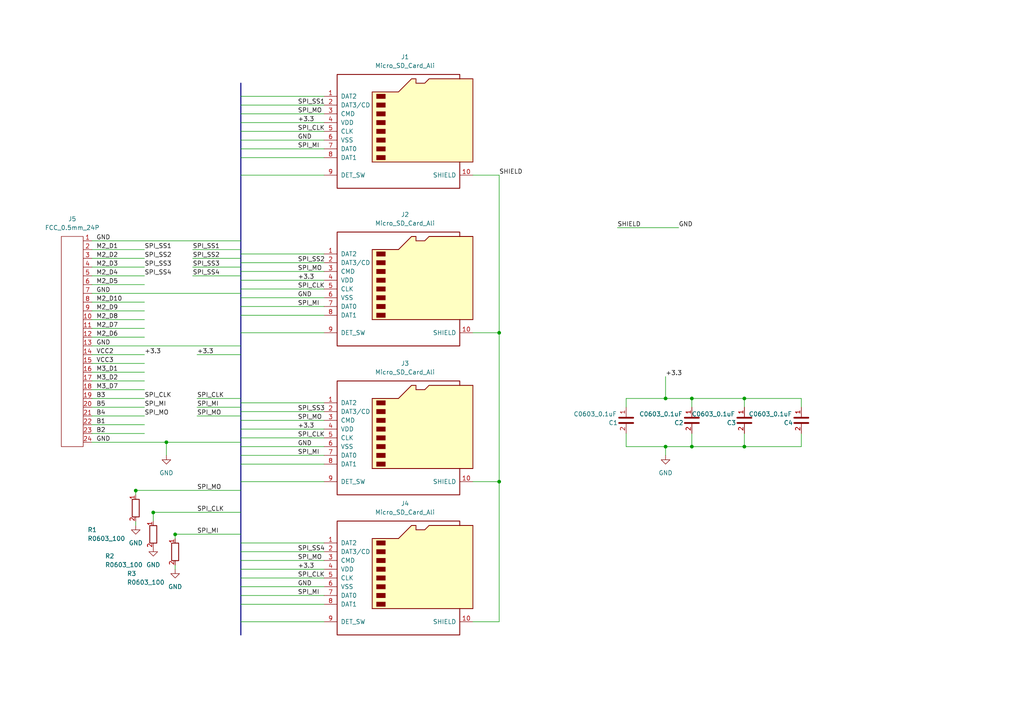
<source format=kicad_sch>
(kicad_sch (version 20211123) (generator eeschema)
  (paper "A4")
  (lib_symbols
    (symbol "capacitors:C0603_0.1uF"
      (property "Reference" "C" (at 5.08 2.54 0))
      (property "Value" "C0603_0.1uF" (at 8.89 7.62 0))
      (symbol "C0603_0.1uF_0_1"
        (polyline (pts (xy -2.0066 -1.3208) (xy 2.0574 -1.3208)) (stroke (width 0.508)))
        (polyline (pts (xy -2.0066 0.2032) (xy 2.0574 0.2032)) (stroke (width 0.508)))
      )
      (symbol "C0603_0.1uF_1_1"
        (pin passive line (at 0.0254 3.2512 270) (length 2.794) (name "~") (number "1"))
        (pin passive line (at 0.0254 -4.3688 90) (length 2.794) (name "~") (number "2"))
      )
    )
    (symbol "connectors:FCC_0.5mm_24P"
      (property "Reference" "J**" (at 36.83 2.54 0))
      (property "Value" "FCC_0.5mm_24P" (at 43.18 6.35 0))
      (symbol "FCC_0.5mm_24P_0_1"
        (rectangle (start -27.94 2.54) (end 33.02 -3.81))
      )
      (symbol "FCC_0.5mm_24P_1_1"
        (pin passive line (at -26.67 5.08 270) (length 2.54) (name "") (number "1"))
        (pin passive line (at -3.81 5.08 270) (length 2.54) (name "") (number "10"))
        (pin passive line (at -1.27 5.08 270) (length 2.54) (name "") (number "11"))
        (pin passive line (at 1.27 5.08 270) (length 2.54) (name "") (number "12"))
        (pin passive line (at 3.81 5.08 270) (length 2.54) (name "") (number "13"))
        (pin passive line (at 6.35 5.08 270) (length 2.54) (name "") (number "14"))
        (pin passive line (at 8.89 5.08 270) (length 2.54) (name "") (number "15"))
        (pin passive line (at 11.43 5.08 270) (length 2.54) (name "") (number "16"))
        (pin passive line (at 13.97 5.08 270) (length 2.54) (name "") (number "17"))
        (pin passive line (at 16.51 5.08 270) (length 2.54) (name "") (number "18"))
        (pin passive line (at 19.05 5.08 270) (length 2.54) (name "") (number "19"))
        (pin passive line (at -24.13 5.08 270) (length 2.54) (name "") (number "2"))
        (pin passive line (at 21.59 5.08 270) (length 2.54) (name "") (number "20"))
        (pin passive line (at 24.13 5.08 270) (length 2.54) (name "") (number "21"))
        (pin passive line (at 26.67 5.08 270) (length 2.54) (name "") (number "22"))
        (pin passive line (at 29.21 5.08 270) (length 2.54) (name "") (number "23"))
        (pin passive line (at 31.75 5.08 270) (length 2.54) (name "") (number "24"))
        (pin passive line (at -21.59 5.08 270) (length 2.54) (name "") (number "3"))
        (pin passive line (at -19.05 5.08 270) (length 2.54) (name "") (number "4"))
        (pin passive line (at -16.51 5.08 270) (length 2.54) (name "") (number "5"))
        (pin passive line (at -13.97 5.08 270) (length 2.54) (name "") (number "6"))
        (pin passive line (at -11.43 5.08 270) (length 2.54) (name "") (number "7"))
        (pin passive line (at -8.89 5.08 270) (length 2.54) (name "") (number "8"))
        (pin passive line (at -6.35 5.08 270) (length 2.54) (name "") (number "9"))
      )
    )
    (symbol "connectors:Micro_SD_Card_Ali" (pin_names (offset 1.016))
      (property "Reference" "J" (at -16.51 17.78 0))
      (property "Value" "Micro_SD_Card_Ali" (at 16.51 17.78 0))
      (symbol "Micro_SD_Card_Ali_0_1"
        (rectangle (start -7.62 -6.985) (end -5.08 -8.255) (fill (type outline)))
        (rectangle (start -7.62 -4.445) (end -5.08 -5.715) (fill (type outline)))
        (rectangle (start -7.62 -1.905) (end -5.08 -3.175) (fill (type outline)))
        (rectangle (start -7.62 0.635) (end -5.08 -0.635) (fill (type outline)))
        (rectangle (start -7.62 3.175) (end -5.08 1.905) (fill (type outline)))
        (rectangle (start -7.62 5.715) (end -5.08 4.445) (fill (type outline)))
        (rectangle (start -7.62 8.255) (end -5.08 6.985) (fill (type outline)))
        (rectangle (start -7.62 10.795) (end -5.08 9.525) (fill (type outline)))
        (polyline (pts (xy 16.51 15.24) (xy 16.51 16.51) (xy -19.05 16.51) (xy -19.05 -16.51) (xy 16.51 -16.51) (xy 16.51 -8.89)) (stroke (width 0.254)))
        (polyline (pts (xy -8.89 -8.89) (xy -8.89 11.43) (xy -1.27 11.43) (xy 2.54 15.24) (xy 3.81 15.24) (xy 3.81 13.97) (xy 6.35 13.97) (xy 7.62 15.24) (xy 20.32 15.24) (xy 20.32 -8.89) (xy -8.89 -8.89)) (stroke (width 0.254)) (fill (type background)))
      )
      (symbol "Micro_SD_Card_Ali_1_1"
        (pin bidirectional line (at -22.86 10.16 0) (length 3.81) (name "DAT2") (number "1"))
        (pin passive line (at 20.32 -12.7 180) (length 3.81) (name "SHIELD") (number "10"))
        (pin bidirectional line (at -22.86 7.62 0) (length 3.81) (name "DAT3/CD") (number "2"))
        (pin input line (at -22.86 5.08 0) (length 3.81) (name "CMD") (number "3"))
        (pin power_in line (at -22.86 2.54 0) (length 3.81) (name "VDD") (number "4"))
        (pin input line (at -22.86 0 0) (length 3.81) (name "CLK") (number "5"))
        (pin power_in line (at -22.86 -2.54 0) (length 3.81) (name "VSS") (number "6"))
        (pin bidirectional line (at -22.86 -5.08 0) (length 3.81) (name "DAT0") (number "7"))
        (pin bidirectional line (at -22.86 -7.62 0) (length 3.81) (name "DAT1") (number "8"))
        (pin passive line (at -22.86 -12.7 0) (length 3.81) (name "DET_SW") (number "9"))
      )
    )
    (symbol "power:GND" (power) (pin_names (offset 0))
      (property "Value" "GND" (at 0 -3.81 0))
      (symbol "GND_0_1"
        (polyline (pts (xy 0 0) (xy 0 -1.27) (xy 1.27 -1.27) (xy 0 -2.54) (xy -1.27 -1.27) (xy 0 -1.27)))
      )
      (symbol "GND_1_1"
        (pin power_in line (at 0 0 270) (length 0) hide (name "GND") (number "1"))
      )
    )
    (symbol "resistors:R0603_100"
      (property "Reference" "R" (at 2.0828 1.778 0))
      (property "Value" "R0603_100" (at 6.858 3.4544 0))
      (symbol "R0603_100_0_1"
        (rectangle (start -1.016 -2.5908) (end 1.016 2.4892) (stroke (width 0.254)))
      )
      (symbol "R0603_100_1_1"
        (pin passive line (at 0 3.7592 270) (length 1.27) (name "~") (number "1"))
        (pin passive line (at 0 -3.8608 90) (length 1.27) (name "~") (number "2"))
      )
    )
  )
  (junction (at 215.9 129.54))
  (junction (at 200.66 115.57))
  (junction (at 50.8 154.9908))
  (junction (at 215.9 115.57))
  (junction (at 193.04 115.57))
  (junction (at 144.78 139.7))
  (junction (at 44.45 148.6408))
  (junction (at 39.37 142.2908))
  (junction (at 144.78 96.52))
  (junction (at 193.04 129.54))
  (junction (at 48.26 128.27))
  (junction (at 200.66 129.54))
  (wire (pts (xy 26.67 80.01) (xy 41.91 80.01)))
  (wire (pts (xy 137.16 50.8) (xy 144.78 50.8)))
  (wire (pts (xy 26.67 72.39) (xy 41.91 72.39)))
  (wire (pts (xy 57.15 118.11) (xy 69.85 118.11)))
  (wire (pts (xy 57.15 115.57) (xy 69.85 115.57)))
  (wire (pts (xy 26.67 123.19) (xy 41.91 123.19)))
  (wire (pts (xy 69.85 139.7) (xy 93.98 139.7)))
  (wire (pts (xy 26.67 95.25) (xy 41.91 95.25)))
  (wire (pts (xy 69.85 132.08) (xy 93.98 132.08)))
  (wire (pts (xy 144.78 139.7) (xy 137.16 139.7)))
  (wire (pts (xy 69.85 78.74) (xy 93.98 78.74)))
  (wire (pts (xy 26.67 77.47) (xy 41.91 77.47)))
  (wire (pts (xy 26.67 102.87) (xy 41.91 102.87)))
  (wire (pts (xy 69.85 27.94) (xy 93.98 27.94)))
  (wire (pts (xy 26.67 74.93) (xy 41.91 74.93)))
  (wire (pts (xy 57.15 120.65) (xy 69.85 120.65)))
  (wire (pts (xy 26.67 128.27) (xy 48.26 128.27)))
  (wire (pts (xy 44.45 158.8008) (xy 44.45 158.75)))
  (wire (pts (xy 39.37 142.2908) (xy 39.37 142.24)))
  (wire (pts (xy 144.78 50.8) (xy 144.78 96.52)))
  (wire (pts (xy 69.85 35.56) (xy 93.98 35.56)))
  (wire (pts (xy 26.67 113.03) (xy 41.91 113.03)))
  (wire (pts (xy 69.85 30.48) (xy 93.98 30.48)))
  (wire (pts (xy 200.66 129.54) (xy 193.04 129.54)))
  (wire (pts (xy 215.9 129.54) (xy 200.66 129.54)))
  (wire (pts (xy 50.8 154.9908) (xy 50.8 156.2608)))
  (wire (pts (xy 232.41 129.54) (xy 215.9 129.54)))
  (wire (pts (xy 137.16 180.34) (xy 144.78 180.34)))
  (wire (pts (xy 26.67 100.33) (xy 69.85 100.33)))
  (wire (pts (xy 69.85 38.1) (xy 93.98 38.1)))
  (wire (pts (xy 26.67 125.73) (xy 41.91 125.73)))
  (wire (pts (xy 200.66 125.73) (xy 200.66 129.54)))
  (wire (pts (xy 181.61 118.11) (xy 181.61 115.57)))
  (wire (pts (xy 69.85 50.8) (xy 93.98 50.8)))
  (wire (pts (xy 26.67 120.65) (xy 41.91 120.65)))
  (wire (pts (xy 48.26 128.27) (xy 69.85 128.27)))
  (wire (pts (xy 69.85 96.52) (xy 93.98 96.52)))
  (wire (pts (xy 232.41 125.73) (xy 232.41 129.54)))
  (wire (pts (xy 69.85 121.92) (xy 93.98 121.92)))
  (wire (pts (xy 26.67 118.11) (xy 41.91 118.11)))
  (wire (pts (xy 26.67 90.17) (xy 41.91 90.17)))
  (wire (pts (xy 69.85 167.64) (xy 93.98 167.64)))
  (wire (pts (xy 193.04 109.22) (xy 193.04 115.57)))
  (wire (pts (xy 26.67 69.85) (xy 69.85 69.85)))
  (wire (pts (xy 200.66 115.57) (xy 215.9 115.57)))
  (wire (pts (xy 69.85 180.34) (xy 93.98 180.34)))
  (wire (pts (xy 26.67 85.09) (xy 69.85 85.09)))
  (wire (pts (xy 55.88 77.47) (xy 69.85 77.47)))
  (wire (pts (xy 50.8 163.8808) (xy 50.8 165.1)))
  (wire (pts (xy 193.04 129.54) (xy 181.61 129.54)))
  (wire (pts (xy 215.9 115.57) (xy 232.41 115.57)))
  (wire (pts (xy 69.85 160.02) (xy 93.98 160.02)))
  (wire (pts (xy 44.45 148.6408) (xy 44.45 151.1808)))
  (wire (pts (xy 69.85 33.02) (xy 93.98 33.02)))
  (wire (pts (xy 39.37 151.1808) (xy 39.37 152.4)))
  (wire (pts (xy 215.9 115.57) (xy 215.9 118.11)))
  (bus (pts (xy 69.85 24.13) (xy 69.85 184.15)))
  (wire (pts (xy 69.85 40.64) (xy 93.98 40.64)))
  (wire (pts (xy 50.8 154.94) (xy 69.85 154.94)))
  (wire (pts (xy 26.67 115.57) (xy 41.91 115.57)))
  (wire (pts (xy 26.67 105.41) (xy 41.91 105.41)))
  (wire (pts (xy 69.85 162.56) (xy 93.98 162.56)))
  (wire (pts (xy 48.26 128.27) (xy 48.26 132.08)))
  (wire (pts (xy 181.61 129.54) (xy 181.61 125.73)))
  (wire (pts (xy 55.88 74.93) (xy 69.85 74.93)))
  (wire (pts (xy 69.85 45.72) (xy 93.98 45.72)))
  (wire (pts (xy 144.78 180.34) (xy 144.78 139.7)))
  (wire (pts (xy 39.37 142.24) (xy 69.85 142.24)))
  (wire (pts (xy 50.8 154.9908) (xy 50.8 154.94)))
  (wire (pts (xy 193.04 129.54) (xy 193.04 132.08)))
  (wire (pts (xy 69.85 83.82) (xy 93.98 83.82)))
  (wire (pts (xy 69.85 88.9) (xy 93.98 88.9)))
  (wire (pts (xy 137.16 96.52) (xy 144.78 96.52)))
  (wire (pts (xy 179.07 66.04) (xy 196.85 66.04)))
  (wire (pts (xy 69.85 127) (xy 93.98 127)))
  (wire (pts (xy 69.85 76.2) (xy 93.98 76.2)))
  (wire (pts (xy 193.04 115.57) (xy 200.66 115.57)))
  (wire (pts (xy 26.67 87.63) (xy 41.91 87.63)))
  (wire (pts (xy 69.85 175.26) (xy 93.98 175.26)))
  (wire (pts (xy 26.67 97.79) (xy 41.91 97.79)))
  (wire (pts (xy 69.85 165.1) (xy 93.98 165.1)))
  (wire (pts (xy 69.85 134.62) (xy 93.98 134.62)))
  (wire (pts (xy 215.9 125.73) (xy 215.9 129.54)))
  (wire (pts (xy 26.67 110.49) (xy 41.91 110.49)))
  (wire (pts (xy 69.85 116.84) (xy 93.98 116.84)))
  (wire (pts (xy 26.67 82.55) (xy 41.91 82.55)))
  (wire (pts (xy 39.37 142.2908) (xy 39.37 143.5608)))
  (wire (pts (xy 69.85 43.18) (xy 93.98 43.18)))
  (wire (pts (xy 144.78 96.52) (xy 144.78 139.7)))
  (wire (pts (xy 69.85 172.72) (xy 93.98 172.72)))
  (wire (pts (xy 26.67 107.95) (xy 41.91 107.95)))
  (wire (pts (xy 181.61 115.57) (xy 193.04 115.57)))
  (wire (pts (xy 69.85 86.36) (xy 93.98 86.36)))
  (wire (pts (xy 69.85 170.18) (xy 93.98 170.18)))
  (wire (pts (xy 69.85 129.54) (xy 93.98 129.54)))
  (wire (pts (xy 26.67 92.71) (xy 41.91 92.71)))
  (wire (pts (xy 44.45 148.6408) (xy 44.45 148.59)))
  (wire (pts (xy 44.45 148.59) (xy 69.85 148.59)))
  (wire (pts (xy 69.85 124.46) (xy 93.98 124.46)))
  (wire (pts (xy 57.15 102.87) (xy 69.85 102.87)))
  (wire (pts (xy 69.85 119.38) (xy 93.98 119.38)))
  (wire (pts (xy 69.85 157.48) (xy 93.98 157.48)))
  (wire (pts (xy 232.41 115.57) (xy 232.41 118.11)))
  (wire (pts (xy 55.88 80.01) (xy 69.85 80.01)))
  (wire (pts (xy 55.88 72.39) (xy 69.85 72.39)))
  (wire (pts (xy 69.85 91.44) (xy 93.98 91.44)))
  (wire (pts (xy 69.85 81.28) (xy 93.98 81.28)))
  (wire (pts (xy 69.85 73.66) (xy 93.98 73.66)))
  (wire (pts (xy 200.66 115.57) (xy 200.66 118.11)))
  (label "SPI_SS2" (at 41.91 74.93 0))
  (label "M2_D8" (at 27.94 92.71 0))
  (label "B2" (at 27.94 125.73 0))
  (label "B5" (at 27.94 118.11 0))
  (label "M2_D6" (at 27.94 97.79 0))
  (label "+3.3" (at 41.91 102.87 0))
  (label "SPI_CLK" (at 86.36 127 0))
  (label "M2_D9" (at 27.94 90.17 0))
  (label "SPI_CLK" (at 86.36 167.64 0))
  (label "SPI_SS1" (at 86.36 30.48 0))
  (label "B4" (at 27.94 120.65 0))
  (label "+3.3" (at 86.36 165.1 0))
  (label "M2_D2" (at 27.94 74.93 0))
  (label "M2_D5" (at 27.94 82.55 0))
  (label "GND" (at 27.94 100.33 0))
  (label "SHIELD" (at 179.07 66.04 0))
  (label "SPI_MO" (at 86.36 78.74 0))
  (label "SPI_CLK" (at 41.91 115.57 0))
  (label "SPI_MI" (at 86.36 43.18 0))
  (label "VCC3" (at 27.94 105.41 0))
  (label "SPI_SS1" (at 41.91 72.39 0))
  (label "M2_D10" (at 27.94 87.63 0))
  (label "SPI_SS4" (at 86.36 160.02 0))
  (label "SPI_MI" (at 86.36 132.08 0))
  (label "SPI_MI" (at 57.15 154.94 0))
  (label "VCC2" (at 27.94 102.87 0))
  (label "SPI_MI" (at 57.15 118.11 0))
  (label "M3_D2" (at 27.94 110.49 0))
  (label "SPI_MO" (at 86.36 121.92 0))
  (label "GND" (at 86.36 40.64 0))
  (label "GND" (at 86.36 170.18 0))
  (label "SPI_MO" (at 57.15 142.24 0))
  (label "SPI_CLK" (at 86.36 83.82 0))
  (label "B3" (at 27.94 115.57 0))
  (label "M2_D7" (at 27.94 95.25 0))
  (label "+3.3" (at 86.36 81.28 0))
  (label "SPI_MO" (at 86.36 162.56 0))
  (label "SPI_CLK" (at 86.36 38.1 0))
  (label "SPI_SS3" (at 41.91 77.47 0))
  (label "B1" (at 27.94 123.19 0))
  (label "M2_D3" (at 27.94 77.47 0))
  (label "SHIELD" (at 144.78 50.8 0))
  (label "SPI_MI" (at 86.36 88.9 0))
  (label "SPI_MO" (at 41.91 120.65 0))
  (label "SPI_SS4" (at 55.88 80.01 0))
  (label "GND" (at 86.36 129.54 0))
  (label "SPI_SS4" (at 41.91 80.01 0))
  (label "+3.3" (at 86.36 124.46 0))
  (label "SPI_SS2" (at 86.36 76.2 0))
  (label "+3.3" (at 193.04 109.22 0))
  (label "SPI_SS2" (at 55.88 74.93 0))
  (label "SPI_MI" (at 86.36 172.72 0))
  (label "M3_D1" (at 27.94 107.95 0))
  (label "GND" (at 27.94 69.85 0))
  (label "SPI_SS3" (at 86.36 119.38 0))
  (label "SPI_CLK" (at 57.15 148.59 0))
  (label "+3.3" (at 57.15 102.87 0))
  (label "+3.3" (at 86.36 35.56 0))
  (label "SPI_MO" (at 86.36 33.02 0))
  (label "GND" (at 196.85 66.04 0))
  (label "SPI_SS3" (at 55.88 77.47 0))
  (label "GND" (at 86.36 86.36 0))
  (label "M2_D4" (at 27.94 80.01 0))
  (label "SPI_CLK" (at 57.15 115.57 0))
  (label "M3_D7" (at 27.94 113.03 0))
  (label "GND" (at 27.94 128.27 0))
  (label "SPI_SS1" (at 55.88 72.39 0))
  (label "M2_D1" (at 27.94 72.39 0))
  (label "SPI_MI" (at 41.91 118.11 0))
  (label "GND" (at 27.94 85.09 0))
  (label "SPI_MO" (at 57.15 120.65 0))
  (symbol (lib_id "power:GND") (at 50.8 165.1 0) (unit 1)
    (property "Reference" "#PWR0103" (effects hide))
    (property "Value" "GND" (at 50.8 170.18 0))
  )
  (symbol (lib_id "connectors:FCC_0.5mm_24P") (at 21.59 96.52 270) (unit 1)
    (property "Reference" "J5" (at 20.955 63.5 90))
    (property "Value" "FCC_0.5mm_24P" (at 20.955 66.04 90))
    (property "Footprint" "Kicad Libs:FCC 0.5mm 24P" (effects hide))
  )
  (symbol (lib_id "connectors:Micro_SD_Card_Ali") (at 116.84 127 0) (unit 1)
    (property "Reference" "J3" (at 117.475 105.41 0))
    (property "Value" "Micro_SD_Card_Ali" (at 117.475 107.95 0))
    (property "Footprint" "Kicad Libs:MicroSD_ALI" (effects hide))
  )
  (symbol (lib_id "resistors:R0603_100") (at 44.45 154.94 0) (unit 1)
    (property "Reference" "R2" (at 30.48 161.29 0) (effects (justify left)))
    (property "Value" "R0603_100" (at 30.48 163.83 0) (effects (justify left)))
    (property "Footprint" "Resistor_SMD:R_0603_1608Metric" (effects hide))
  )
  (symbol (lib_id "connectors:Micro_SD_Card_Ali") (at 116.84 167.64 0) (unit 1)
    (property "Reference" "J4" (at 117.475 146.05 0))
    (property "Value" "Micro_SD_Card_Ali" (at 117.475 148.59 0))
    (property "Footprint" "Kicad Libs:MicroSD_ALI" (effects hide))
  )
  (symbol (lib_id "resistors:R0603_100") (at 39.37 147.32 0) (unit 1)
    (property "Reference" "R1" (at 25.4 153.67 0) (effects (justify left)))
    (property "Value" "R0603_100" (at 25.4 156.21 0) (effects (justify left)))
    (property "Footprint" "Resistor_SMD:R_0603_1608Metric" (effects hide))
  )
  (symbol (lib_id "power:GND") (at 44.45 158.75 0) (unit 1)
    (property "Reference" "#PWR0104" (effects hide))
    (property "Value" "GND" (at 44.45 163.83 0))
  )
  (symbol (lib_id "capacitors:C0603_0.1uF") (at 181.5846 121.3612 0) (unit 1)
    (property "Reference" "C1" (at 176.5046 122.6312 0) (effects (justify left)))
    (property "Value" "C0603_0.1uF" (at 166.3446 120.0912 0) (effects (justify left)))
    (property "Footprint" "Capacitor_SMD:C_0603_1608Metric" (effects hide))
  )
  (symbol (lib_id "power:GND") (at 193.04 132.08 0) (unit 1)
    (property "Reference" "#PWR0102" (effects hide))
    (property "Value" "GND" (at 193.04 137.16 0))
  )
  (symbol (lib_id "capacitors:C0603_0.1uF") (at 215.8746 121.3612 0) (unit 1)
    (property "Reference" "C3" (at 210.7946 122.6312 0) (effects (justify left)))
    (property "Value" "C0603_0.1uF" (at 200.6346 120.0912 0) (effects (justify left)))
    (property "Footprint" "Capacitor_SMD:C_0603_1608Metric" (effects hide))
  )
  (symbol (lib_id "resistors:R0603_100") (at 50.8 160.02 0) (unit 1)
    (property "Reference" "R3" (at 36.83 166.37 0) (effects (justify left)))
    (property "Value" "R0603_100" (at 36.83 168.91 0) (effects (justify left)))
    (property "Footprint" "Resistor_SMD:R_0603_1608Metric" (effects hide))
  )
  (symbol (lib_id "capacitors:C0603_0.1uF") (at 200.6346 121.3612 0) (unit 1)
    (property "Reference" "C2" (at 195.5546 122.6312 0) (effects (justify left)))
    (property "Value" "C0603_0.1uF" (at 185.3946 120.0912 0) (effects (justify left)))
    (property "Footprint" "Capacitor_SMD:C_0603_1608Metric" (effects hide))
  )
  (symbol (lib_id "connectors:Micro_SD_Card_Ali") (at 116.84 38.1 0) (unit 1)
    (property "Reference" "J1" (at 117.475 16.51 0))
    (property "Value" "Micro_SD_Card_Ali" (at 117.475 19.05 0))
    (property "Footprint" "Kicad Libs:MicroSD_ALI" (effects hide))
  )
  (symbol (lib_id "capacitors:C0603_0.1uF") (at 232.3846 121.3612 0) (unit 1)
    (property "Reference" "C4" (at 227.3046 122.6312 0) (effects (justify left)))
    (property "Value" "C0603_0.1uF" (at 217.1446 120.0912 0) (effects (justify left)))
    (property "Footprint" "Capacitor_SMD:C_0603_1608Metric" (effects hide))
  )
  (symbol (lib_id "power:GND") (at 48.26 132.08 0) (unit 1)
    (property "Reference" "#PWR0101" (effects hide))
    (property "Value" "GND" (at 48.26 137.16 0))
  )
  (symbol (lib_id "power:GND") (at 39.37 152.4 0) (unit 1)
    (property "Reference" "#PWR0105" (effects hide))
    (property "Value" "GND" (at 39.37 157.48 0))
  )
  (symbol (lib_id "connectors:Micro_SD_Card_Ali") (at 116.84 83.82 0) (unit 1)
    (property "Reference" "J2" (at 117.475 62.23 0))
    (property "Value" "Micro_SD_Card_Ali" (at 117.475 64.77 0))
    (property "Footprint" "Kicad Libs:MicroSD_ALI" (effects hide))
  )
)
</source>
